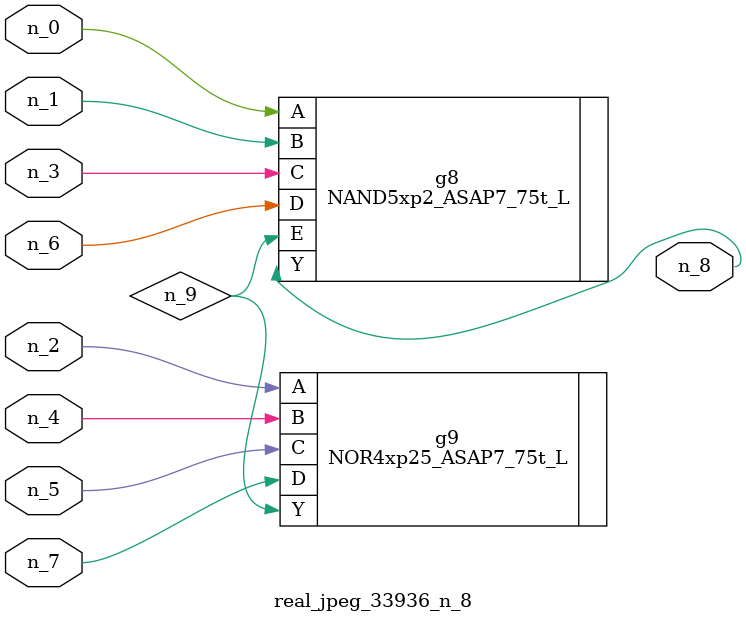
<source format=v>
module real_jpeg_33936_n_8 (n_5, n_4, n_0, n_1, n_2, n_6, n_7, n_3, n_8);

input n_5;
input n_4;
input n_0;
input n_1;
input n_2;
input n_6;
input n_7;
input n_3;

output n_8;

wire n_9;

NAND5xp2_ASAP7_75t_L g8 ( 
.A(n_0),
.B(n_1),
.C(n_3),
.D(n_6),
.E(n_9),
.Y(n_8)
);

NOR4xp25_ASAP7_75t_L g9 ( 
.A(n_2),
.B(n_4),
.C(n_5),
.D(n_7),
.Y(n_9)
);


endmodule
</source>
